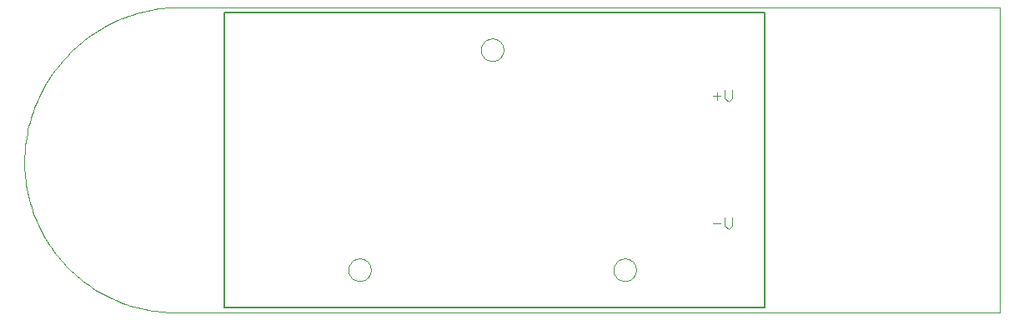
<source format=gbo>
G75*
%MOIN*%
%OFA0B0*%
%FSLAX24Y24*%
%IPPOS*%
%LPD*%
%AMOC8*
5,1,8,0,0,1.08239X$1,22.5*
%
%ADD10C,0.0000*%
%ADD11C,0.0050*%
%ADD12C,0.0040*%
D10*
X006701Y001180D02*
X039656Y001180D01*
X039656Y013385D01*
X006982Y013385D01*
X018930Y011680D02*
X018932Y011722D01*
X018938Y011764D01*
X018948Y011805D01*
X018961Y011845D01*
X018979Y011883D01*
X018999Y011920D01*
X019024Y011955D01*
X019051Y011987D01*
X019081Y012016D01*
X019114Y012043D01*
X019149Y012066D01*
X019186Y012086D01*
X019225Y012102D01*
X019265Y012115D01*
X019306Y012124D01*
X019348Y012129D01*
X019391Y012130D01*
X019433Y012127D01*
X019474Y012120D01*
X019515Y012109D01*
X019555Y012095D01*
X019593Y012077D01*
X019629Y012055D01*
X019663Y012030D01*
X019694Y012002D01*
X019723Y011971D01*
X019749Y011938D01*
X019771Y011902D01*
X019791Y011864D01*
X019806Y011825D01*
X019818Y011785D01*
X019826Y011743D01*
X019830Y011701D01*
X019830Y011659D01*
X019826Y011617D01*
X019818Y011575D01*
X019806Y011535D01*
X019791Y011496D01*
X019771Y011458D01*
X019749Y011422D01*
X019723Y011389D01*
X019694Y011358D01*
X019663Y011330D01*
X019629Y011305D01*
X019593Y011283D01*
X019555Y011265D01*
X019515Y011251D01*
X019474Y011240D01*
X019433Y011233D01*
X019391Y011230D01*
X019348Y011231D01*
X019306Y011236D01*
X019265Y011245D01*
X019225Y011258D01*
X019186Y011274D01*
X019149Y011294D01*
X019114Y011317D01*
X019081Y011344D01*
X019051Y011373D01*
X019024Y011405D01*
X018999Y011440D01*
X018979Y011477D01*
X018961Y011515D01*
X018948Y011555D01*
X018938Y011596D01*
X018932Y011638D01*
X018930Y011680D01*
X006983Y013384D02*
X006828Y013385D01*
X006673Y013381D01*
X006518Y013373D01*
X006363Y013362D01*
X006209Y013346D01*
X006055Y013327D01*
X005901Y013304D01*
X005749Y013278D01*
X005597Y013247D01*
X005445Y013213D01*
X005295Y013174D01*
X005146Y013133D01*
X004998Y013087D01*
X004851Y013038D01*
X004705Y012985D01*
X004560Y012928D01*
X004417Y012868D01*
X004276Y012804D01*
X004136Y012737D01*
X003998Y012667D01*
X003862Y012593D01*
X003728Y012515D01*
X003595Y012434D01*
X003465Y012350D01*
X003337Y012263D01*
X003211Y012173D01*
X003087Y012079D01*
X002966Y011983D01*
X002847Y011883D01*
X002730Y011780D01*
X002617Y011675D01*
X002505Y011567D01*
X002397Y011456D01*
X002291Y011342D01*
X002189Y011226D01*
X002089Y011107D01*
X001992Y010986D01*
X001898Y010863D01*
X001808Y010737D01*
X001720Y010609D01*
X001636Y010479D01*
X001555Y010346D01*
X001477Y010212D01*
X001403Y010076D01*
X001332Y009938D01*
X001265Y009798D01*
X001201Y009657D01*
X001141Y009514D01*
X001084Y009370D01*
X001031Y009224D01*
X000981Y009077D01*
X000935Y008929D01*
X000893Y008780D01*
X000855Y008630D01*
X000820Y008478D01*
X000789Y008326D01*
X000762Y008174D01*
X000739Y008020D01*
X000720Y007867D01*
X000704Y007712D01*
X000692Y007558D01*
X000685Y007403D01*
X000681Y007248D01*
X000680Y007248D02*
X000680Y007201D01*
X000682Y007048D01*
X000688Y006896D01*
X000697Y006744D01*
X000711Y006592D01*
X000728Y006440D01*
X000749Y006289D01*
X000774Y006139D01*
X000803Y005989D01*
X000836Y005840D01*
X000872Y005692D01*
X000912Y005545D01*
X000956Y005399D01*
X001004Y005254D01*
X001055Y005110D01*
X001110Y004968D01*
X001168Y004827D01*
X001230Y004687D01*
X001295Y004549D01*
X001364Y004413D01*
X001437Y004279D01*
X001512Y004147D01*
X001591Y004016D01*
X001674Y003888D01*
X001759Y003761D01*
X001848Y003637D01*
X001940Y003516D01*
X002035Y003396D01*
X002133Y003279D01*
X002233Y003165D01*
X002337Y003053D01*
X002444Y002944D01*
X002553Y002837D01*
X002665Y002733D01*
X002779Y002633D01*
X002896Y002535D01*
X003016Y002440D01*
X003137Y002348D01*
X003261Y002259D01*
X003388Y002174D01*
X003516Y002091D01*
X003647Y002012D01*
X003779Y001937D01*
X003913Y001864D01*
X004049Y001795D01*
X004187Y001730D01*
X004327Y001668D01*
X004468Y001610D01*
X004610Y001555D01*
X004754Y001504D01*
X004899Y001456D01*
X005045Y001412D01*
X005192Y001372D01*
X005340Y001336D01*
X005489Y001303D01*
X005639Y001274D01*
X005789Y001249D01*
X005940Y001228D01*
X006092Y001211D01*
X006244Y001197D01*
X006396Y001188D01*
X006548Y001182D01*
X006701Y001180D01*
X013630Y002880D02*
X013632Y002922D01*
X013638Y002964D01*
X013648Y003005D01*
X013661Y003045D01*
X013679Y003083D01*
X013699Y003120D01*
X013724Y003155D01*
X013751Y003187D01*
X013781Y003216D01*
X013814Y003243D01*
X013849Y003266D01*
X013886Y003286D01*
X013925Y003302D01*
X013965Y003315D01*
X014006Y003324D01*
X014048Y003329D01*
X014091Y003330D01*
X014133Y003327D01*
X014174Y003320D01*
X014215Y003309D01*
X014255Y003295D01*
X014293Y003277D01*
X014329Y003255D01*
X014363Y003230D01*
X014394Y003202D01*
X014423Y003171D01*
X014449Y003138D01*
X014471Y003102D01*
X014491Y003064D01*
X014506Y003025D01*
X014518Y002985D01*
X014526Y002943D01*
X014530Y002901D01*
X014530Y002859D01*
X014526Y002817D01*
X014518Y002775D01*
X014506Y002735D01*
X014491Y002696D01*
X014471Y002658D01*
X014449Y002622D01*
X014423Y002589D01*
X014394Y002558D01*
X014363Y002530D01*
X014329Y002505D01*
X014293Y002483D01*
X014255Y002465D01*
X014215Y002451D01*
X014174Y002440D01*
X014133Y002433D01*
X014091Y002430D01*
X014048Y002431D01*
X014006Y002436D01*
X013965Y002445D01*
X013925Y002458D01*
X013886Y002474D01*
X013849Y002494D01*
X013814Y002517D01*
X013781Y002544D01*
X013751Y002573D01*
X013724Y002605D01*
X013699Y002640D01*
X013679Y002677D01*
X013661Y002715D01*
X013648Y002755D01*
X013638Y002796D01*
X013632Y002838D01*
X013630Y002880D01*
X024230Y002880D02*
X024232Y002922D01*
X024238Y002964D01*
X024248Y003005D01*
X024261Y003045D01*
X024279Y003083D01*
X024299Y003120D01*
X024324Y003155D01*
X024351Y003187D01*
X024381Y003216D01*
X024414Y003243D01*
X024449Y003266D01*
X024486Y003286D01*
X024525Y003302D01*
X024565Y003315D01*
X024606Y003324D01*
X024648Y003329D01*
X024691Y003330D01*
X024733Y003327D01*
X024774Y003320D01*
X024815Y003309D01*
X024855Y003295D01*
X024893Y003277D01*
X024929Y003255D01*
X024963Y003230D01*
X024994Y003202D01*
X025023Y003171D01*
X025049Y003138D01*
X025071Y003102D01*
X025091Y003064D01*
X025106Y003025D01*
X025118Y002985D01*
X025126Y002943D01*
X025130Y002901D01*
X025130Y002859D01*
X025126Y002817D01*
X025118Y002775D01*
X025106Y002735D01*
X025091Y002696D01*
X025071Y002658D01*
X025049Y002622D01*
X025023Y002589D01*
X024994Y002558D01*
X024963Y002530D01*
X024929Y002505D01*
X024893Y002483D01*
X024855Y002465D01*
X024815Y002451D01*
X024774Y002440D01*
X024733Y002433D01*
X024691Y002430D01*
X024648Y002431D01*
X024606Y002436D01*
X024565Y002445D01*
X024525Y002458D01*
X024486Y002474D01*
X024449Y002494D01*
X024414Y002517D01*
X024381Y002544D01*
X024351Y002573D01*
X024324Y002605D01*
X024299Y002640D01*
X024279Y002677D01*
X024261Y002715D01*
X024248Y002755D01*
X024238Y002796D01*
X024232Y002838D01*
X024230Y002880D01*
D11*
X030280Y001380D02*
X030280Y013180D01*
X008680Y013180D01*
X008680Y001380D01*
X030280Y001380D01*
D12*
X028827Y004500D02*
X028674Y004653D01*
X028674Y004960D01*
X028981Y004960D02*
X028981Y004653D01*
X028827Y004500D01*
X028520Y004730D02*
X028213Y004730D01*
X028827Y009600D02*
X028674Y009753D01*
X028674Y010060D01*
X028981Y010060D02*
X028981Y009753D01*
X028827Y009600D01*
X028520Y009830D02*
X028213Y009830D01*
X028367Y009984D02*
X028367Y009677D01*
M02*

</source>
